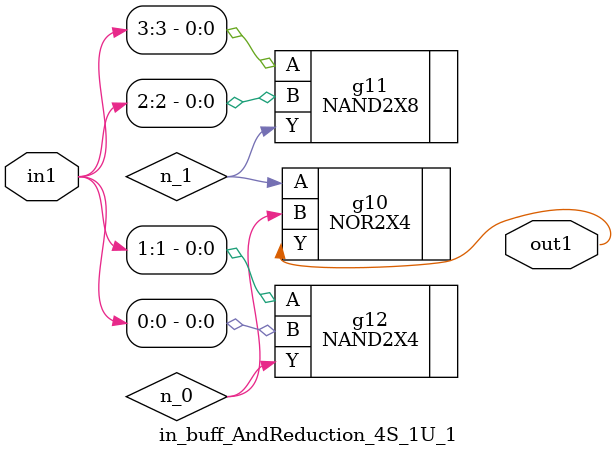
<source format=v>
`timescale 1ps / 1ps


module in_buff_AndReduction_4S_1U_1(in1, out1);
  input [3:0] in1;
  output out1;
  wire [3:0] in1;
  wire out1;
  wire n_0, n_1;
  NOR2X4 g10(.A (n_1), .B (n_0), .Y (out1));
  NAND2X8 g11(.A (in1[3]), .B (in1[2]), .Y (n_1));
  NAND2X4 g12(.A (in1[1]), .B (in1[0]), .Y (n_0));
endmodule


</source>
